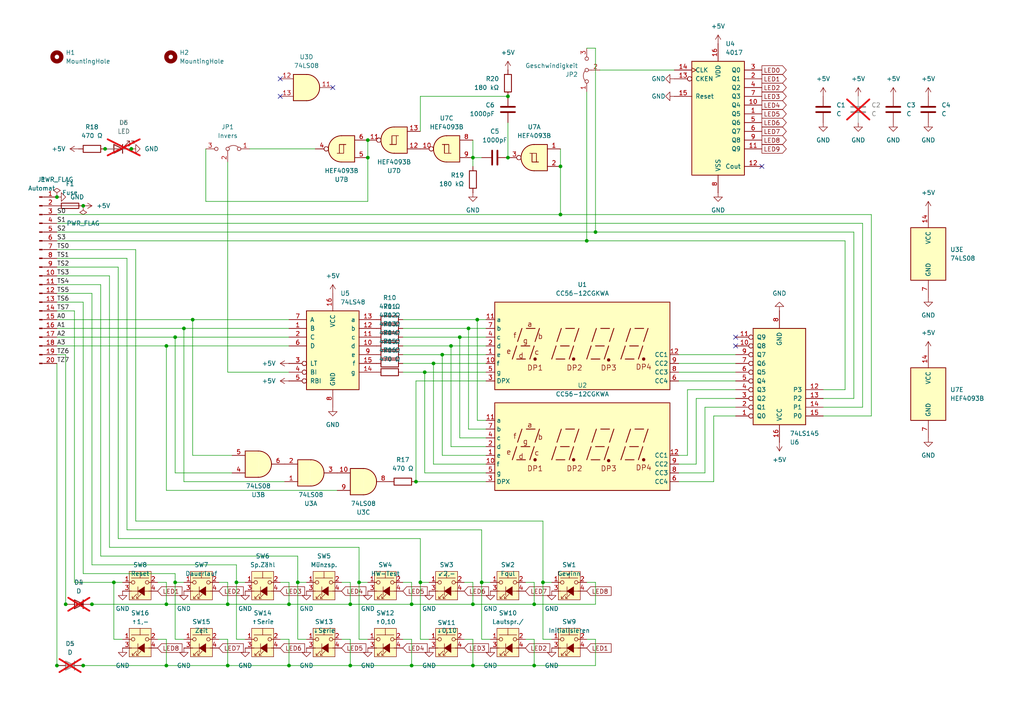
<source format=kicad_sch>
(kicad_sch (version 20250114) (generator "eeschema") (generator_version "9.0")
  (paper "A4")
  (junction (at 104.14 168.91))
  (junction (at 68.58 168.91))
  (junction (at 30.48 43.18))
  (junction (at 139.7 168.91))
  (junction (at 38.1 43.18))
  (junction (at 24.13 193.04))
  (junction (at 125.73 105.41))
  (junction (at 66.04 175.26))
  (junction (at 19.05 175.26))
  (junction (at 48.26 193.04))
  (junction (at 154.94 193.04))
  (junction (at 121.92 168.91))
  (junction (at 120.65 139.7))
  (junction (at 50.8 97.79))
  (junction (at 83.82 175.26))
  (junction (at 33.02 168.91))
  (junction (at 66.04 193.04))
  (junction (at 147.32 27.94))
  (junction (at 154.94 175.26))
  (junction (at 172.72 67.31))
  (junction (at 55.88 92.71))
  (junction (at 53.34 95.25))
  (junction (at 106.68 45.72))
  (junction (at 162.56 48.26))
  (junction (at 24.13 59.69))
  (junction (at 119.38 175.26))
  (junction (at 101.6 175.26))
  (junction (at 137.16 193.04))
  (junction (at 50.8 168.91))
  (junction (at 157.48 168.91))
  (junction (at 48.26 175.26))
  (junction (at 119.38 193.04))
  (junction (at 106.68 40.64))
  (junction (at 128.27 102.87))
  (junction (at 86.36 168.91))
  (junction (at 16.51 57.15))
  (junction (at 83.82 193.04))
  (junction (at 147.32 45.72))
  (junction (at 16.51 193.04))
  (junction (at 135.89 95.25))
  (junction (at 101.6 193.04))
  (junction (at 26.67 175.26))
  (junction (at 137.16 175.26))
  (junction (at 162.56 62.23))
  (junction (at 138.43 92.71))
  (junction (at 48.26 100.33))
  (junction (at 123.19 107.95))
  (junction (at 133.35 97.79))
  (junction (at 170.18 69.85))
  (junction (at 137.16 45.72))
  (junction (at 130.81 100.33))
  (no_connect (at 213.36 97.79))
  (no_connect (at 96.52 25.4))
  (no_connect (at 81.28 22.86))
  (no_connect (at 213.36 100.33))
  (no_connect (at 81.28 27.94))
  (no_connect (at 220.98 48.26))
  (wire (pts (xy 59.69 43.18) (xy 59.69 58.42)))
  (wire (pts (xy 116.84 105.41) (xy 125.73 105.41)))
  (wire (pts (xy 207.01 139.7) (xy 207.01 120.65)))
  (wire (pts (xy 50.8 137.16) (xy 50.8 97.79)))
  (wire (pts (xy 86.36 185.42) (xy 88.9 185.42)))
  (wire (pts (xy 82.55 139.7) (xy 53.34 139.7)))
  (wire (pts (xy 86.36 168.91) (xy 86.36 161.29)))
  (wire (pts (xy 68.58 168.91) (xy 68.58 163.83)))
  (wire (pts (xy 238.76 120.65) (xy 252.73 120.65)))
  (wire (pts (xy 137.16 48.26) (xy 137.16 45.72)))
  (wire (pts (xy 139.7 168.91) (xy 142.24 168.91)))
  (wire (pts (xy 121.92 27.94) (xy 147.32 27.94)))
  (wire (pts (xy 121.92 168.91) (xy 124.46 168.91)))
  (wire (pts (xy 24.13 166.37) (xy 24.13 87.63)))
  (wire (pts (xy 34.29 156.21) (xy 34.29 77.47)))
  (wire (pts (xy 134.62 168.91) (xy 137.16 168.91)))
  (wire (pts (xy 128.27 102.87) (xy 128.27 132.08)))
  (wire (pts (xy 128.27 132.08) (xy 140.97 132.08)))
  (wire (pts (xy 125.73 134.62) (xy 140.97 134.62)))
  (wire (pts (xy 66.04 46.99) (xy 66.04 107.95)))
  (wire (pts (xy 170.18 13.97) (xy 172.72 13.97)))
  (wire (pts (xy 154.94 168.91) (xy 154.94 175.26)))
  (wire (pts (xy 104.14 158.75) (xy 31.75 158.75)))
  (wire (pts (xy 33.02 185.42) (xy 35.56 185.42)))
  (wire (pts (xy 172.72 175.26) (xy 154.94 175.26)))
  (wire (pts (xy 48.26 168.91) (xy 45.72 168.91)))
  (wire (pts (xy 16.51 95.25) (xy 53.34 95.25)))
  (wire (pts (xy 16.51 64.77) (xy 250.19 64.77)))
  (wire (pts (xy 138.43 121.92) (xy 138.43 92.71)))
  (wire (pts (xy 50.8 166.37) (xy 24.13 166.37)))
  (wire (pts (xy 170.18 26.67) (xy 170.18 69.85)))
  (wire (pts (xy 147.32 35.56) (xy 147.32 45.72)))
  (wire (pts (xy 86.36 185.42) (xy 86.36 168.91)))
  (wire (pts (xy 157.48 168.91) (xy 157.48 151.13)))
  (wire (pts (xy 24.13 87.63) (xy 16.51 87.63)))
  (wire (pts (xy 48.26 193.04) (xy 66.04 193.04)))
  (wire (pts (xy 162.56 48.26) (xy 162.56 62.23)))
  (wire (pts (xy 154.94 168.91) (xy 152.4 168.91)))
  (wire (pts (xy 133.35 97.79) (xy 133.35 127)))
  (wire (pts (xy 121.92 168.91) (xy 121.92 156.21)))
  (wire (pts (xy 119.38 168.91) (xy 116.84 168.91)))
  (wire (pts (xy 55.88 132.08) (xy 55.88 92.71)))
  (wire (pts (xy 68.58 168.91) (xy 71.12 168.91)))
  (wire (pts (xy 154.94 193.04) (xy 172.72 193.04)))
  (wire (pts (xy 16.51 100.33) (xy 48.26 100.33)))
  (wire (pts (xy 137.16 40.64) (xy 137.16 45.72)))
  (wire (pts (xy 66.04 185.42) (xy 66.04 193.04)))
  (wire (pts (xy 121.92 156.21) (xy 34.29 156.21)))
  (wire (pts (xy 140.97 121.92) (xy 138.43 121.92)))
  (wire (pts (xy 36.83 153.67) (xy 36.83 74.93)))
  (wire (pts (xy 213.36 118.11) (xy 204.47 118.11)))
  (wire (pts (xy 50.8 168.91) (xy 50.8 166.37)))
  (wire (pts (xy 116.84 97.79) (xy 133.35 97.79)))
  (wire (pts (xy 66.04 175.26) (xy 83.82 175.26)))
  (wire (pts (xy 104.14 168.91) (xy 104.14 158.75)))
  (wire (pts (xy 140.97 102.87) (xy 128.27 102.87)))
  (wire (pts (xy 196.85 139.7) (xy 207.01 139.7)))
  (wire (pts (xy 48.26 100.33) (xy 83.82 100.33)))
  (wire (pts (xy 31.75 80.01) (xy 16.51 80.01)))
  (wire (pts (xy 119.38 193.04) (xy 137.16 193.04)))
  (wire (pts (xy 29.21 161.29) (xy 29.21 82.55)))
  (wire (pts (xy 19.05 102.87) (xy 19.05 175.26)))
  (wire (pts (xy 66.04 107.95) (xy 83.82 107.95)))
  (wire (pts (xy 83.82 168.91) (xy 81.28 168.91)))
  (wire (pts (xy 140.97 95.25) (xy 135.89 95.25)))
  (wire (pts (xy 160.02 168.91) (xy 157.48 168.91)))
  (wire (pts (xy 199.39 132.08) (xy 199.39 113.03)))
  (wire (pts (xy 250.19 64.77) (xy 250.19 118.11)))
  (wire (pts (xy 16.51 97.79) (xy 50.8 97.79)))
  (wire (pts (xy 106.68 45.72) (xy 106.68 40.64)))
  (wire (pts (xy 196.85 132.08) (xy 199.39 132.08)))
  (wire (pts (xy 172.72 13.97) (xy 172.72 67.31)))
  (wire (pts (xy 119.38 185.42) (xy 119.38 193.04)))
  (wire (pts (xy 120.65 139.7) (xy 120.65 110.49)))
  (wire (pts (xy 196.85 102.87) (xy 213.36 102.87)))
  (wire (pts (xy 204.47 118.11) (xy 204.47 137.16)))
  (wire (pts (xy 48.26 185.42) (xy 45.72 185.42)))
  (wire (pts (xy 33.02 168.91) (xy 21.59 168.91)))
  (wire (pts (xy 172.72 168.91) (xy 172.72 175.26)))
  (wire (pts (xy 48.26 142.24) (xy 48.26 100.33)))
  (wire (pts (xy 196.85 105.41) (xy 213.36 105.41)))
  (wire (pts (xy 83.82 175.26) (xy 101.6 175.26)))
  (wire (pts (xy 48.26 185.42) (xy 48.26 193.04)))
  (wire (pts (xy 121.92 185.42) (xy 121.92 168.91)))
  (wire (pts (xy 213.36 115.57) (xy 201.93 115.57)))
  (wire (pts (xy 50.8 168.91) (xy 53.34 168.91)))
  (wire (pts (xy 201.93 115.57) (xy 201.93 134.62)))
  (wire (pts (xy 137.16 193.04) (xy 154.94 193.04)))
  (wire (pts (xy 116.84 100.33) (xy 130.81 100.33)))
  (wire (pts (xy 162.56 43.18) (xy 162.56 48.26)))
  (wire (pts (xy 33.02 168.91) (xy 35.56 168.91)))
  (wire (pts (xy 201.93 134.62) (xy 196.85 134.62)))
  (wire (pts (xy 119.38 185.42) (xy 116.84 185.42)))
  (wire (pts (xy 139.7 185.42) (xy 139.7 168.91)))
  (wire (pts (xy 16.51 102.87) (xy 19.05 102.87)))
  (wire (pts (xy 137.16 168.91) (xy 137.16 175.26)))
  (wire (pts (xy 140.97 139.7) (xy 120.65 139.7)))
  (wire (pts (xy 33.02 185.42) (xy 33.02 168.91)))
  (wire (pts (xy 247.65 115.57) (xy 247.65 67.31)))
  (wire (pts (xy 137.16 175.26) (xy 154.94 175.26)))
  (wire (pts (xy 157.48 151.13) (xy 39.37 151.13)))
  (wire (pts (xy 130.81 100.33) (xy 130.81 129.54)))
  (wire (pts (xy 101.6 193.04) (xy 119.38 193.04)))
  (wire (pts (xy 173.99 20.32) (xy 195.58 20.32)))
  (wire (pts (xy 50.8 97.79) (xy 83.82 97.79)))
  (wire (pts (xy 154.94 185.42) (xy 152.4 185.42)))
  (wire (pts (xy 16.51 62.23) (xy 162.56 62.23)))
  (wire (pts (xy 59.69 58.42) (xy 106.68 58.42)))
  (wire (pts (xy 48.26 175.26) (xy 66.04 175.26)))
  (wire (pts (xy 172.72 67.31) (xy 247.65 67.31)))
  (wire (pts (xy 24.13 193.04) (xy 48.26 193.04)))
  (wire (pts (xy 36.83 74.93) (xy 16.51 74.93)))
  (wire (pts (xy 83.82 168.91) (xy 83.82 175.26)))
  (wire (pts (xy 196.85 107.95) (xy 213.36 107.95)))
  (wire (pts (xy 137.16 175.26) (xy 119.38 175.26)))
  (wire (pts (xy 238.76 115.57) (xy 247.65 115.57)))
  (wire (pts (xy 104.14 185.42) (xy 104.14 168.91)))
  (wire (pts (xy 83.82 185.42) (xy 83.82 193.04)))
  (wire (pts (xy 238.76 113.03) (xy 245.11 113.03)))
  (wire (pts (xy 121.92 38.1) (xy 121.92 27.94)))
  (wire (pts (xy 55.88 92.71) (xy 83.82 92.71)))
  (wire (pts (xy 39.37 72.39) (xy 16.51 72.39)))
  (wire (pts (xy 34.29 77.47) (xy 16.51 77.47)))
  (wire (pts (xy 104.14 185.42) (xy 106.68 185.42)))
  (wire (pts (xy 250.19 118.11) (xy 238.76 118.11)))
  (wire (pts (xy 135.89 124.46) (xy 140.97 124.46)))
  (wire (pts (xy 66.04 185.42) (xy 63.5 185.42)))
  (wire (pts (xy 121.92 185.42) (xy 124.46 185.42)))
  (wire (pts (xy 142.24 185.42) (xy 139.7 185.42)))
  (wire (pts (xy 101.6 168.91) (xy 99.06 168.91)))
  (wire (pts (xy 50.8 185.42) (xy 53.34 185.42)))
  (wire (pts (xy 67.31 137.16) (xy 50.8 137.16)))
  (wire (pts (xy 135.89 95.25) (xy 135.89 124.46)))
  (wire (pts (xy 16.51 67.31) (xy 172.72 67.31)))
  (wire (pts (xy 140.97 97.79) (xy 133.35 97.79)))
  (wire (pts (xy 67.31 132.08) (xy 55.88 132.08)))
  (wire (pts (xy 172.72 185.42) (xy 172.72 193.04)))
  (wire (pts (xy 68.58 185.42) (xy 71.12 185.42)))
  (wire (pts (xy 204.47 137.16) (xy 196.85 137.16)))
  (wire (pts (xy 137.16 45.72) (xy 139.7 45.72)))
  (wire (pts (xy 116.84 92.71) (xy 138.43 92.71)))
  (wire (pts (xy 252.73 120.65) (xy 252.73 62.23)))
  (wire (pts (xy 170.18 69.85) (xy 245.11 69.85)))
  (wire (pts (xy 48.26 168.91) (xy 48.26 175.26)))
  (wire (pts (xy 101.6 175.26) (xy 119.38 175.26)))
  (wire (pts (xy 123.19 137.16) (xy 140.97 137.16)))
  (wire (pts (xy 21.59 90.17) (xy 16.51 90.17)))
  (wire (pts (xy 26.67 163.83) (xy 26.67 85.09)))
  (wire (pts (xy 72.39 43.18) (xy 91.44 43.18)))
  (wire (pts (xy 172.72 168.91) (xy 170.18 168.91)))
  (wire (pts (xy 83.82 185.42) (xy 81.28 185.42)))
  (wire (pts (xy 104.14 168.91) (xy 106.68 168.91)))
  (wire (pts (xy 86.36 168.91) (xy 88.9 168.91)))
  (wire (pts (xy 134.62 185.42) (xy 137.16 185.42)))
  (wire (pts (xy 245.11 113.03) (xy 245.11 69.85)))
  (wire (pts (xy 66.04 168.91) (xy 63.5 168.91)))
  (wire (pts (xy 116.84 107.95) (xy 123.19 107.95)))
  (wire (pts (xy 16.51 92.71) (xy 55.88 92.71)))
  (wire (pts (xy 116.84 95.25) (xy 135.89 95.25)))
  (wire (pts (xy 53.34 95.25) (xy 83.82 95.25)))
  (wire (pts (xy 140.97 107.95) (xy 123.19 107.95)))
  (wire (pts (xy 50.8 168.91) (xy 50.8 185.42)))
  (wire (pts (xy 29.21 82.55) (xy 16.51 82.55)))
  (wire (pts (xy 137.16 185.42) (xy 137.16 193.04)))
  (wire (pts (xy 139.7 168.91) (xy 139.7 153.67)))
  (wire (pts (xy 66.04 193.04) (xy 83.82 193.04)))
  (wire (pts (xy 16.51 69.85) (xy 170.18 69.85)))
  (wire (pts (xy 130.81 129.54) (xy 140.97 129.54)))
  (wire (pts (xy 53.34 139.7) (xy 53.34 95.25)))
  (wire (pts (xy 31.75 158.75) (xy 31.75 80.01)))
  (wire (pts (xy 207.01 120.65) (xy 213.36 120.65)))
  (wire (pts (xy 101.6 185.42) (xy 101.6 193.04)))
  (wire (pts (xy 123.19 107.95) (xy 123.19 137.16)))
  (wire (pts (xy 68.58 163.83) (xy 26.67 163.83)))
  (wire (pts (xy 83.82 193.04) (xy 101.6 193.04)))
  (wire (pts (xy 119.38 168.91) (xy 119.38 175.26)))
  (wire (pts (xy 125.73 105.41) (xy 125.73 134.62)))
  (wire (pts (xy 68.58 185.42) (xy 68.58 168.91)))
  (wire (pts (xy 101.6 168.91) (xy 101.6 175.26)))
  (wire (pts (xy 116.84 102.87) (xy 128.27 102.87)))
  (wire (pts (xy 120.65 110.49) (xy 140.97 110.49)))
  (wire (pts (xy 139.7 153.67) (xy 36.83 153.67)))
  (wire (pts (xy 39.37 151.13) (xy 39.37 72.39)))
  (wire (pts (xy 106.68 58.42) (xy 106.68 45.72)))
  (wire (pts (xy 154.94 185.42) (xy 154.94 193.04)))
  (wire (pts (xy 140.97 100.33) (xy 130.81 100.33)))
  (wire (pts (xy 86.36 161.29) (xy 29.21 161.29)))
  (wire (pts (xy 138.43 92.71) (xy 140.97 92.71)))
  (wire (pts (xy 162.56 62.23) (xy 252.73 62.23)))
  (wire (pts (xy 66.04 168.91) (xy 66.04 175.26)))
  (wire (pts (xy 26.67 85.09) (xy 16.51 85.09)))
  (wire (pts (xy 21.59 168.91) (xy 21.59 90.17)))
  (wire (pts (xy 26.67 175.26) (xy 48.26 175.26)))
  (wire (pts (xy 157.48 185.42) (xy 157.48 168.91)))
  (wire (pts (xy 140.97 105.41) (xy 125.73 105.41)))
  (wire (pts (xy 101.6 185.42) (xy 99.06 185.42)))
  (wire (pts (xy 16.51 105.41) (xy 16.51 193.04)))
  (wire (pts (xy 199.39 113.03) (xy 213.36 113.03)))
  (wire (pts (xy 133.35 127) (xy 140.97 127)))
  (wire (pts (xy 196.85 110.49) (xy 213.36 110.49)))
  (wire (pts (xy 97.79 142.24) (xy 48.26 142.24)))
  (wire (pts (xy 172.72 185.42) (xy 170.18 185.42)))
  (wire (pts (xy 160.02 185.42) (xy 157.48 185.42)))
  (label "A2" (at 16.51 97.79 0))
  (label "TZ7" (at 16.51 105.41 0))
  (label "TS0" (at 16.51 72.39 0))
  (label "TS6" (at 16.51 87.63 0))
  (label "TS4" (at 16.51 82.55 0))
  (label "A3" (at 16.51 100.33 0))
  (label "A1" (at 16.51 95.25 0))
  (label "S0" (at 16.51 62.23 0))
  (label "TS2" (at 16.51 77.47 0))
  (label "A0" (at 16.51 92.71 0))
  (label "TS7" (at 16.51 90.17 0))
  (label "TZ6" (at 16.51 102.87 0))
  (label "S1" (at 16.51 64.77 0))
  (label "S2" (at 16.51 67.31 0))
  (label "TS3" (at 16.51 80.01 0))
  (label "TS5" (at 16.51 85.09 0))
  (label "TS1" (at 16.51 74.93 0))
  (label "S3" (at 16.51 69.85 0))
  (global_label "LED2" (shape input) (at 63.5 171.45 0) (property "Intersheetrefs" "${INTERSHEET_REFS}" (effects (hide yes))))
  (global_label "LED1" (shape input) (at 170.18 187.96 0) (property "Intersheetrefs" "${INTERSHEET_REFS}" (effects (hide yes))))
  (global_label "LED5" (shape input) (at 116.84 171.45 0) (property "Intersheetrefs" "${INTERSHEET_REFS}" (effects (hide yes))))
  (global_label "LED8" (shape input) (at 45.72 187.96 0) (property "Intersheetrefs" "${INTERSHEET_REFS}" (effects (hide yes))))
  (global_label "LED6" (shape input) (at 81.28 187.96 0) (property "Intersheetrefs" "${INTERSHEET_REFS}" (effects (hide yes))))
  (global_label "LED7" (shape input) (at 152.4 171.45 0) (property "Intersheetrefs" "${INTERSHEET_REFS}" (effects (hide yes))))
  (global_label "LED4" (shape output) (at 220.98 30.48 0) (property "Intersheetrefs" "${INTERSHEET_REFS}" (effects (hide yes))))
  (global_label "LED9" (shape output) (at 220.98 43.18 0) (property "Intersheetrefs" "${INTERSHEET_REFS}" (effects (hide yes))))
  (global_label "LED2" (shape output) (at 220.98 25.4 0) (property "Intersheetrefs" "${INTERSHEET_REFS}" (effects (hide yes))))
  (global_label "LED8" (shape input) (at 170.18 171.45 0) (property "Intersheetrefs" "${INTERSHEET_REFS}" (effects (hide yes))))
  (global_label "LED4" (shape input) (at 99.06 171.45 0) (property "Intersheetrefs" "${INTERSHEET_REFS}" (effects (hide yes))))
  (global_label "LED5" (shape input) (at 99.06 187.96 0) (property "Intersheetrefs" "${INTERSHEET_REFS}" (effects (hide yes))))
  (global_label "LED8" (shape output) (at 220.98 40.64 0) (property "Intersheetrefs" "${INTERSHEET_REFS}" (effects (hide yes))))
  (global_label "LED6" (shape input) (at 134.62 171.45 0) (property "Intersheetrefs" "${INTERSHEET_REFS}" (effects (hide yes))))
  (global_label "LED5" (shape output) (at 220.98 33.02 0) (property "Intersheetrefs" "${INTERSHEET_REFS}" (effects (hide yes))))
  (global_label "LED6" (shape output) (at 220.98 35.56 0) (property "Intersheetrefs" "${INTERSHEET_REFS}" (effects (hide yes))))
  (global_label "LED2" (shape input) (at 152.4 187.96 0) (property "Intersheetrefs" "${INTERSHEET_REFS}" (effects (hide yes))))
  (global_label "LED3" (shape output) (at 220.98 27.94 0) (property "Intersheetrefs" "${INTERSHEET_REFS}" (effects (hide yes))))
  (global_label "LED1" (shape input) (at 45.72 171.45 0) (property "Intersheetrefs" "${INTERSHEET_REFS}" (effects (hide yes))))
  (global_label "LED1" (shape output) (at 220.98 22.86 0) (property "Intersheetrefs" "${INTERSHEET_REFS}" (effects (hide yes))))
  (global_label "LED3" (shape input) (at 134.62 187.96 0) (property "Intersheetrefs" "${INTERSHEET_REFS}" (effects (hide yes))))
  (global_label "LED0" (shape output) (at 220.98 20.32 0) (property "Intersheetrefs" "${INTERSHEET_REFS}" (effects (hide yes))))
  (global_label "LED4" (shape input) (at 116.84 187.96 0) (property "Intersheetrefs" "${INTERSHEET_REFS}" (effects (hide yes))))
  (global_label "LED3" (shape input) (at 81.28 171.45 0) (property "Intersheetrefs" "${INTERSHEET_REFS}" (effects (hide yes))))
  (global_label "LED7" (shape output) (at 220.98 38.1 0) (property "Intersheetrefs" "${INTERSHEET_REFS}" (effects (hide yes))))
  (global_label "LED7" (shape input) (at 63.5 187.96 0) (property "Intersheetrefs" "${INTERSHEET_REFS}" (effects (hide yes))))
  (symbol (lib_id "power:GND") (at 142.24 187.96 0) (unit 1)
    (property "Reference" "#PWR039" (effects (hide yes)))
    (property "Value" "GND" (at 142.24 193.04 0))
    (property "Description" "Power symbol creates a global label with name \"GND\" , ground" (effects (hide yes)))
  )
  (symbol (lib_id "4xxx:HEF4093B") (at 129.54 43.18 0) (mirror y) (unit 3)
    (property "Reference" "U7" (at 129.5483 34.29 0))
    (property "Value" "HEF4093B" (at 129.5483 36.83 0))
    (property "Footprint" "Package_SO:SOIC-14_3.9x8.7mm_P1.27mm" (effects (hide yes)))
    (property "Datasheet" "https://assets.nexperia.com/documents/data-sheet/HEF4093B.pdf" (effects (hide yes)))
    (property "Description" "Quad 2-Input NAND Schmitt Trigger, SOIC-14" (effects (hide yes)))
  )
  (symbol (lib_id "power:GND") (at 96.52 118.11 0) (unit 1)
    (property "Reference" "#PWR02" (effects (hide yes)))
    (property "Value" "GND" (at 96.52 123.19 0))
    (property "Description" "Power symbol creates a global label with name \"GND\" , ground" (effects (hide yes)))
  )
  (symbol (lib_id "Device:D") (at 20.32 193.04 180) (unit 1) (dnp yes)
    (property "Reference" "D1" (at 20.32 186.69 0))
    (property "Value" "D" (at 20.32 189.23 0))
    (property "Footprint" "Diode_THT:D_A-405_P10.16mm_Horizontal" (effects (hide yes)))
    (property "Description" "Diode" (effects (hide yes)))
    (property "Sim.Device" "D" (effects (hide yes)))
    (property "Sim.Pins" "1=K 2=A" (effects (hide yes)))
  )
  (symbol (lib_id "74xx:74LS145") (at 226.06 110.49 180) (unit 1)
    (property "Reference" "U6" (at 229.0765 128.27 0) (effects (justify right)))
    (property "Value" "74LS145" (at 229.0765 125.73 0) (effects (justify right)))
    (property "Footprint" "Package_SO:SOIC-16_4.55x10.3mm_P1.27mm" (effects (hide yes)))
    (property "Datasheet" "http://www.ti.com/lit/gpn/sn74LS145" (effects (hide yes)))
    (property "Description" "Decoder 1 to 10, Open Collector" (effects (hide yes)))
  )
  (symbol (lib_id "Switch:SW_Push_LED") (at 93.98 187.96 0) (unit 1)
    (property "Reference" "SW13" (at 93.98 180.34 0))
    (property "Value" "↓Serie" (at 93.98 182.88 0))
    (property "Footprint" "ChinaButton:SW_SPST_Combination_12mm" (effects (hide yes)))
    (property "Description" "Push button switch with LED, generic" (effects (hide yes)))
  )
  (symbol (lib_id "power:+5V") (at 24.13 59.69 270) (unit 1)
    (property "Reference" "#PWR04" (effects (hide yes)))
    (property "Value" "+5V" (at 27.94 59.6899 90) (effects (justify left)))
    (property "Description" "Power symbol creates a global label with name \"+5V\"" (effects (hide yes)))
  )
  (symbol (lib_id "Display_Character:CC56-12CGKWA") (at 168.91 100.33 0) (unit 1)
    (property "Reference" "U1" (at 168.91 82.55 0))
    (property "Value" "CC56-12CGKWA" (at 168.91 85.09 0))
    (property "Footprint" "Display_7Segment:CA56-12CGKWA" (effects (hide yes)))
    (property "Datasheet" "http://www.kingbright.com/attachments/file/psearch/000/00/00/CC56-12CGKWA(Ver.8A).pdf" (effects (hide yes)))
    (property "Description" "4 digit 7 segment green LED, common cathode" (effects (hide yes)))
  )
  (symbol (lib_id "Device:R") (at 116.84 139.7 90) (unit 1)
    (property "Reference" "R17" (at 116.84 133.35 90))
    (property "Value" "470 Ω" (at 116.84 135.89 90))
    (property "Footprint" "Resistor_SMD:R_0603_1608Metric" (effects (hide yes)))
    (property "Description" "Resistor" (effects (hide yes)))
  )
  (symbol (lib_id "Device:R") (at 113.03 105.41 90) (unit 1)
    (property "Reference" "R15" (at 113.03 99.06 90))
    (property "Value" "470 Ω" (at 113.03 101.6 90))
    (property "Footprint" "Resistor_SMD:R_0603_1608Metric" (effects (hide yes)))
    (property "Description" "Resistor" (effects (hide yes)))
  )
  (symbol (lib_id "power:+5V") (at 22.86 43.18 90) (unit 1)
    (property "Reference" "#PWR09" (effects (hide yes)))
    (property "Value" "+5V" (at 19.05 43.1799 90) (effects (justify left)))
    (property "Description" "Power symbol creates a global label with name \"+5V\"" (effects (hide yes)))
  )
  (symbol (lib_id "74xx:74LS08") (at 90.17 137.16 0) (mirror x) (unit 1)
    (property "Reference" "U3" (at 90.1617 146.05 0))
    (property "Value" "74LS08" (at 90.1617 143.51 0))
    (property "Footprint" "Package_SO:SOIC-14_3.9x8.7mm_P1.27mm" (effects (hide yes)))
    (property "Datasheet" "http://www.ti.com/lit/gpn/sn74LS08" (effects (hide yes)))
    (property "Description" "Quad And2" (effects (hide yes)))
  )
  (symbol (lib_id "power:GND") (at 16.51 57.15 90) (unit 1)
    (property "Reference" "#PWR03" (effects (hide yes)))
    (property "Value" "GND" (at 20.32 57.1499 90) (effects (justify right)))
    (property "Description" "Power symbol creates a global label with name \"GND\" , ground" (effects (hide yes)))
  )
  (symbol (lib_id "Device:R") (at 113.03 100.33 90) (unit 1)
    (property "Reference" "R13" (at 113.03 93.98 90))
    (property "Value" "470 Ω" (at 113.03 96.52 90))
    (property "Footprint" "Resistor_SMD:R_0603_1608Metric" (effects (hide yes)))
    (property "Description" "Resistor" (effects (hide yes)))
  )
  (symbol (lib_id "Switch:SW_Push_LED") (at 129.54 187.96 0) (unit 1)
    (property "Reference" "SW11" (at 129.54 180.594 0))
    (property "Value" "↓0,10" (at 129.54 182.88 0))
    (property "Footprint" "ChinaButton:SW_SPST_Combination_12mm" (effects (hide yes)))
    (property "Description" "Push button switch with LED, generic" (effects (hide yes)))
  )
  (symbol (lib_id "Device:R") (at 26.67 43.18 90) (unit 1)
    (property "Reference" "R18" (at 26.67 36.83 90))
    (property "Value" "470 Ω" (at 26.67 39.37 90))
    (property "Footprint" "Resistor_SMD:R_0603_1608Metric" (effects (hide yes)))
    (property "Description" "Resistor" (effects (hide yes)))
  )
  (symbol (lib_id "Device:D") (at 20.32 193.04 180) (unit 1)
    (property "Reference" "D5" (at 20.32 186.69 0))
    (property "Value" "D" (at 20.32 189.23 0))
    (property "Footprint" "Diode_SMD:D_SOD-128" (effects (hide yes)))
    (property "Description" "Diode" (effects (hide yes)))
    (property "Sim.Device" "D" (effects (hide yes)))
    (property "Sim.Pins" "1=K 2=A" (effects (hide yes)))
  )
  (symbol (lib_id "power:+5V") (at 248.92 27.94 0) (unit 1)
    (property "Reference" "#PWR013" (effects (hide yes)))
    (property "Value" "+5V" (at 248.92 22.86 0))
    (property "Description" "Power symbol creates a global label with name \"+5V\"" (effects (hide yes)))
  )
  (symbol (lib_id "4xxx:HEF4093B") (at 99.06 43.18 180) (unit 2)
    (property "Reference" "U7" (at 99.0683 52.07 0))
    (property "Value" "HEF4093B" (at 99.0683 49.53 0))
    (property "Footprint" "Package_SO:SOIC-14_3.9x8.7mm_P1.27mm" (effects (hide yes)))
    (property "Datasheet" "https://assets.nexperia.com/documents/data-sheet/HEF4093B.pdf" (effects (hide yes)))
    (property "Description" "Quad 2-Input NAND Schmitt Trigger, SOIC-14" (effects (hide yes)))
  )
  (symbol (lib_id "power:GND") (at 226.06 90.17 0) (mirror x) (unit 1)
    (property "Reference" "#PWR05" (effects (hide yes)))
    (property "Value" "GND" (at 226.06 85.09 0))
    (property "Description" "Power symbol creates a global label with name \"GND\" , ground" (effects (hide yes)))
  )
  (symbol (lib_id "Switch:SW_Push_LED") (at 111.76 171.45 0) (unit 1)
    (property "Reference" "SW4" (at 111.76 163.83 0))
    (property "Value" "HW-Test" (at 111.76 166.37 0))
    (property "Footprint" "ChinaButton:SW_SPST_Combination_12mm" (effects (hide yes)))
    (property "Description" "Push button switch with LED, generic" (effects (hide yes)))
  )
  (symbol (lib_id "Mechanical:MountingHole") (at 16.51 16.51 0) (unit 1) (exclude_from_sim yes) (in_bom no)
    (property "Reference" "H1" (at 19.05 15.2399 0) (effects (justify left)))
    (property "Value" "MountingHole" (at 19.05 17.7799 0) (effects (justify left)))
    (property "Footprint" "MountingHole:MountingHole_3.2mm_M3" (effects (hide yes)))
    (property "Description" "Mounting Hole without connection" (effects (hide yes)))
  )
  (symbol (lib_id "Device:LED") (at 34.29 43.18 180) (unit 1)
    (property "Reference" "D6" (at 35.8775 35.56 0))
    (property "Value" "LED" (at 35.8775 38.1 0))
    (property "Footprint" "LED_SMD:LED_0805_2012Metric" (effects (hide yes)))
    (property "Description" "Light emitting diode" (effects (hide yes)))
  )
  (symbol (lib_id "Device:R") (at 147.32 24.13 0) (mirror x) (unit 1)
    (property "Reference" "R20" (at 144.78 22.8599 0) (effects (justify right)))
    (property "Value" "180 kΩ" (at 144.78 25.3999 0) (effects (justify right)))
    (property "Footprint" "Resistor_SMD:R_0603_1608Metric" (effects (hide yes)))
    (property "Description" "Resistor" (effects (hide yes)))
  )
  (symbol (lib_id "power:GND") (at 195.58 27.94 270) (unit 1)
    (property "Reference" "#PWR044" (effects (hide yes)))
    (property "Value" "GND" (at 193.04 27.9399 90) (effects (justify right)))
    (property "Description" "Power symbol creates a global label with name \"GND\" , ground" (effects (hide yes)))
  )
  (symbol (lib_id "Device:R") (at 113.03 107.95 90) (unit 1)
    (property "Reference" "R16" (at 113.03 101.6 90))
    (property "Value" "470 Ω" (at 113.03 104.14 90))
    (property "Footprint" "Resistor_SMD:R_0603_1608Metric" (effects (hide yes)))
    (property "Description" "Resistor" (effects (hide yes)))
  )
  (symbol (lib_id "Switch:SW_Push_LED") (at 165.1 187.96 0) (unit 1)
    (property "Reference" "SW9" (at 165.1 180.34 0))
    (property "Value" "Initialisieren" (at 165.1 182.88 0))
    (property "Footprint" "ChinaButton:SW_SPST_Combination_12mm" (effects (hide yes)))
    (property "Description" "Push button switch with LED, generic" (effects (hide yes)))
  )
  (symbol (lib_id "power:+5V") (at 269.24 101.6 0) (mirror y) (unit 1)
    (property "Reference" "#PWR021" (effects (hide yes)))
    (property "Value" "+5V" (at 269.24 96.52 0))
    (property "Description" "Power symbol creates a global label with name \"+5V\"" (effects (hide yes)))
  )
  (symbol (lib_id "power:GND") (at 248.92 35.56 0) (unit 1)
    (property "Reference" "#PWR014" (effects (hide yes)))
    (property "Value" "GND" (at 248.92 40.64 0))
    (property "Description" "Power symbol creates a global label with name \"GND\" , ground" (effects (hide yes)))
  )
  (symbol (lib_id "power:GND") (at 142.24 171.45 0) (unit 1)
    (property "Reference" "#PWR038" (effects (hide yes)))
    (property "Value" "GND" (at 142.24 176.53 0))
    (property "Description" "Power symbol creates a global label with name \"GND\" , ground" (effects (hide yes)))
  )
  (symbol (lib_id "power:GND") (at 124.46 171.45 0) (unit 1)
    (property "Reference" "#PWR036" (effects (hide yes)))
    (property "Value" "GND" (at 124.46 176.53 0))
    (property "Description" "Power symbol creates a global label with name \"GND\" , ground" (effects (hide yes)))
  )
  (symbol (lib_id "4xxx:HEF4093B") (at 269.24 114.3 0) (unit 5)
    (property "Reference" "U7" (at 275.59 113.0299 0) (effects (justify left)))
    (property "Value" "HEF4093B" (at 275.59 115.5699 0) (effects (justify left)))
    (property "Footprint" "Package_SO:SOIC-14_3.9x8.7mm_P1.27mm" (effects (hide yes)))
    (property "Datasheet" "https://assets.nexperia.com/documents/data-sheet/HEF4093B.pdf" (effects (hide yes)))
    (property "Description" "Quad 2-Input NAND Schmitt Trigger, SOIC-14" (effects (hide yes)))
  )
  (symbol (lib_id "power:+5V") (at 238.76 27.94 0) (unit 1)
    (property "Reference" "#PWR011" (effects (hide yes)))
    (property "Value" "+5V" (at 238.76 22.86 0))
    (property "Description" "Power symbol creates a global label with name \"+5V\"" (effects (hide yes)))
  )
  (symbol (lib_id "Switch:SW_Push_LED") (at 147.32 171.45 0) (unit 1)
    (property "Reference" "SW2" (at 147.32 163.83 0))
    (property "Value" "Foul" (at 147.32 166.37 0))
    (property "Footprint" "ChinaButton:SW_SPST_Combination_12mm" (effects (hide yes)))
    (property "Description" "Push button switch with LED, generic" (effects (hide yes)))
  )
  (symbol (lib_id "Device:R") (at 113.03 92.71 90) (unit 1)
    (property "Reference" "R10" (at 113.03 86.36 90))
    (property "Value" "470 Ω" (at 113.03 88.9 90))
    (property "Footprint" "Resistor_SMD:R_0603_1608Metric" (effects (hide yes)))
    (property "Description" "Resistor" (effects (hide yes)))
  )
  (symbol (lib_id "Device:D") (at 22.86 175.26 180) (unit 1) (dnp yes)
    (property "Reference" "D2" (at 22.86 168.91 0))
    (property "Value" "D" (at 22.86 171.45 0))
    (property "Footprint" "Diode_THT:D_A-405_P10.16mm_Horizontal" (effects (hide yes)))
    (property "Description" "Diode" (effects (hide yes)))
    (property "Sim.Device" "D" (effects (hide yes)))
    (property "Sim.Pins" "1=K 2=A" (effects (hide yes)))
  )
  (symbol (lib_id "power:GND") (at 269.24 86.36 0) (mirror y) (unit 1)
    (property "Reference" "#PWR026" (effects (hide yes)))
    (property "Value" "GND" (at 269.24 91.44 0))
    (property "Description" "Power symbol creates a global label with name \"GND\" , ground" (effects (hide yes)))
  )
  (symbol (lib_id "Switch:SW_Push_LED") (at 93.98 171.45 0) (unit 1)
    (property "Reference" "SW5" (at 93.98 161.29 0))
    (property "Value" "Münzsp." (at 93.98 163.83 0))
    (property "Footprint" "ChinaButton:SW_SPST_Combination_12mm" (effects (hide yes)))
    (property "Description" "Push button switch with LED, generic" (effects (hide yes)))
  )
  (symbol (lib_id "Switch:SW_Push_LED") (at 76.2 171.45 0) (unit 1)
    (property "Reference" "SW6" (at 76.2 161.29 0))
    (property "Value" "Sp.Zähl" (at 76.2 163.83 0))
    (property "Footprint" "ChinaButton:SW_SPST_Combination_12mm" (effects (hide yes)))
    (property "Description" "Push button switch with LED, generic" (effects (hide yes)))
  )
  (symbol (lib_id "Device:R") (at 113.03 97.79 90) (unit 1)
    (property "Reference" "R12" (at 113.03 91.44 90))
    (property "Value" "470 Ω" (at 113.03 93.98 90))
    (property "Footprint" "Resistor_SMD:R_0603_1608Metric" (effects (hide yes)))
    (property "Description" "Resistor" (effects (hide yes)))
  )
  (symbol (lib_id "power:GND") (at 38.1 43.18 90) (unit 1)
    (property "Reference" "#PWR010" (effects (hide yes)))
    (property "Value" "GND" (at 41.91 43.1799 90) (effects (justify right)))
    (property "Description" "Power symbol creates a global label with name \"GND\" , ground" (effects (hide yes)))
  )
  (symbol (lib_id "Connector:Conn_01x20_Pin") (at 11.43 80.01 0) (unit 1)
    (property "Reference" "J1" (at 12.065 52.07 0))
    (property "Value" "Automat" (at 12.065 54.61 0))
    (property "Footprint" "Connector_PinHeader_2.54mm:PinHeader_1x20_P2.54mm_Vertical" (effects (hide yes)))
    (property "Description" "Generic connector, single row, 01x20, script generated" (effects (hide yes)))
  )
  (symbol (lib_id "Switch:SW_Push_LED") (at 129.54 171.45 0) (unit 1)
    (property "Reference" "SW3" (at 129.54 163.83 0))
    (property "Value" "↙2,-" (at 129.54 166.37 0))
    (property "Footprint" "ChinaButton:SW_SPST_Combination_12mm" (effects (hide yes)))
    (property "Description" "Push button switch with LED, generic" (effects (hide yes)))
  )
  (symbol (lib_id "power:GND") (at 208.28 55.88 0) (unit 1)
    (property "Reference" "#PWR042" (effects (hide yes)))
    (property "Value" "GND" (at 208.28 60.96 0))
    (property "Description" "Power symbol creates a global label with name \"GND\" , ground" (effects (hide yes)))
  )
  (symbol (lib_id "power:GND") (at 53.34 171.45 0) (unit 1)
    (property "Reference" "#PWR028" (effects (hide yes)))
    (property "Value" "GND" (at 53.34 176.53 0))
    (property "Description" "Power symbol creates a global label with name \"GND\" , ground" (effects (hide yes)))
  )
  (symbol (lib_id "power:GND") (at 106.68 171.45 0) (unit 1)
    (property "Reference" "#PWR034" (effects (hide yes)))
    (property "Value" "GND" (at 106.68 176.53 0))
    (property "Description" "Power symbol creates a global label with name \"GND\" , ground" (effects (hide yes)))
  )
  (symbol (lib_id "Device:C") (at 248.92 31.75 0) (unit 1) (dnp yes)
    (property "Reference" "C2" (at 252.73 30.4799 0) (effects (justify left)))
    (property "Value" "C" (at 252.73 33.0199 0) (effects (justify left)))
    (property "Footprint" "Capacitor_THT:C_Disc_D4.3mm_W1.9mm_P5.00mm" (effects (hide yes)))
    (property "Description" "Unpolarized capacitor" (effects (hide yes)))
  )
  (symbol (lib_id "power:+5V") (at 96.52 85.09 0) (unit 1)
    (property "Reference" "#PWR01" (effects (hide yes)))
    (property "Value" "+5V" (at 96.52 80.01 0))
    (property "Description" "Power symbol creates a global label with name \"+5V\"" (effects (hide yes)))
  )
  (symbol (lib_id "Device:R") (at 137.16 52.07 0) (mirror x) (unit 1)
    (property "Reference" "R19" (at 134.62 50.7999 0) (effects (justify right)))
    (property "Value" "180 kΩ" (at 134.62 53.3399 0) (effects (justify right)))
    (property "Footprint" "Resistor_SMD:R_0603_1608Metric" (effects (hide yes)))
    (property "Description" "Resistor" (effects (hide yes)))
  )
  (symbol (lib_id "Jumper:Jumper_3_Bridged12") (at 170.18 20.32 90) (unit 1) (exclude_from_sim yes) (in_bom no)
    (property "Reference" "JP2" (at 167.64 21.5901 90) (effects (justify left)))
    (property "Value" "Geschwindigkeit" (at 167.64 19.0501 90) (effects (justify left)))
    (property "Footprint" "Jumper:SolderJumper-3_P1.3mm_Bridged12_Pad1.0x1.5mm" (effects (hide yes)))
    (property "Description" "Jumper, 3-pole, pins 1+2 closed/bridged" (effects (hide yes)))
  )
  (symbol (lib_id "Switch:SW_Push_LED") (at 58.42 171.45 0) (unit 1)
    (property "Reference" "SW7" (at 58.42 163.83 0))
    (property "Value" "Dauerlauf" (at 58.42 166.37 0))
    (property "Footprint" "ChinaButton:SW_SPST_Combination_12mm" (effects (hide yes)))
    (property "Description" "Push button switch with LED, generic" (effects (hide yes)))
  )
  (symbol (lib_id "74xx:74LS08") (at 269.24 73.66 0) (unit 5)
    (property "Reference" "U3" (at 275.59 72.3899 0) (effects (justify left)))
    (property "Value" "74LS08" (at 275.59 74.9299 0) (effects (justify left)))
    (property "Footprint" "Package_SO:SOIC-14_3.9x8.7mm_P1.27mm" (effects (hide yes)))
    (property "Datasheet" "http://www.ti.com/lit/gpn/sn74LS08" (effects (hide yes)))
    (property "Description" "Quad And2" (effects (hide yes)))
  )
  (symbol (lib_id "Mechanical:MountingHole") (at 49.53 16.51 0) (unit 1) (exclude_from_sim yes) (in_bom no)
    (property "Reference" "H2" (at 52.07 15.2399 0) (effects (justify left)))
    (property "Value" "MountingHole" (at 52.07 17.7799 0) (effects (justify left)))
    (property "Footprint" "MountingHole:MountingHole_3.2mm_M3" (effects (hide yes)))
    (property "Description" "Mounting Hole without connection" (effects (hide yes)))
  )
  (symbol (lib_id "power:GND") (at 137.16 55.88 0) (unit 1)
    (property "Reference" "#PWR023" (effects (hide yes)))
    (property "Value" "GND" (at 137.16 60.96 0))
    (property "Description" "Power symbol creates a global label with name \"GND\" , ground" (effects (hide yes)))
  )
  (symbol (lib_id "power:GND") (at 71.12 187.96 0) (unit 1)
    (property "Reference" "#PWR031" (effects (hide yes)))
    (property "Value" "GND" (at 71.12 193.04 0))
    (property "Description" "Power symbol creates a global label with name \"GND\" , ground" (effects (hide yes)))
  )
  (symbol (lib_id "Device:C") (at 147.32 31.75 0) (mirror x) (unit 1)
    (property "Reference" "C6" (at 143.51 30.4799 0) (effects (justify right)))
    (property "Value" "1000pF" (at 143.51 33.0199 0) (effects (justify right)))
    (property "Footprint" "Capacitor_SMD:C_0603_1608Metric" (effects (hide yes)))
    (property "Description" "Unpolarized capacitor" (effects (hide yes)))
  )
  (symbol (lib_id "power:GND") (at 269.24 127 0) (mirror y) (unit 1)
    (property "Reference" "#PWR022" (effects (hide yes)))
    (property "Value" "GND" (at 269.24 132.08 0))
    (property "Description" "Power symbol creates a global label with name \"GND\" , ground" (effects (hide yes)))
  )
  (symbol (lib_id "Device:C") (at 143.51 45.72 270) (mirror x) (unit 1)
    (property "Reference" "C5" (at 143.51 38.1 90))
    (property "Value" "1000pF" (at 143.51 40.64 90))
    (property "Footprint" "Capacitor_SMD:C_0603_1608Metric" (effects (hide yes)))
    (property "Description" "Unpolarized capacitor" (effects (hide yes)))
  )
  (symbol (lib_id "Switch:SW_Push_LED") (at 111.76 187.96 0) (unit 1)
    (property "Reference" "SW12" (at 111.76 177.8 0))
    (property "Value" "↑0,10" (at 111.76 180.34 0))
    (property "Footprint" "ChinaButton:SW_SPST_Combination_12mm" (effects (hide yes)))
    (property "Description" "Push button switch with LED, generic" (effects (hide yes)))
  )
  (symbol (lib_id "4xxx:HEF4093B") (at 154.94 45.72 0) (mirror y) (unit 1)
    (property "Reference" "U7" (at 154.9483 36.83 0))
    (property "Value" "HEF4093B" (at 154.9483 39.37 0))
    (property "Footprint" "Package_SO:SOIC-14_3.9x8.7mm_P1.27mm" (effects (hide yes)))
    (property "Datasheet" "https://assets.nexperia.com/documents/data-sheet/HEF4093B.pdf" (effects (hide yes)))
    (property "Description" "Quad 2-Input NAND Schmitt Trigger, SOIC-14" (effects (hide yes)))
  )
  (symbol (lib_id "Jumper:Jumper_3_Bridged12") (at 66.04 43.18 0) (mirror y) (unit 1) (exclude_from_sim yes) (in_bom no)
    (property "Reference" "JP1" (at 66.04 36.83 0))
    (property "Value" "Invers" (at 66.04 39.37 0))
    (property "Footprint" "Jumper:SolderJumper-3_P1.3mm_Bridged12_Pad1.0x1.5mm" (effects (hide yes)))
    (property "Description" "Jumper, 3-pole, pins 1+2 closed/bridged" (effects (hide yes)))
  )
  (symbol (lib_id "power:GND") (at 71.12 171.45 0) (unit 1)
    (property "Reference" "#PWR030" (effects (hide yes)))
    (property "Value" "GND" (at 71.12 176.53 0))
    (property "Description" "Power symbol creates a global label with name \"GND\" , ground" (effects (hide yes)))
  )
  (symbol (lib_id "power:+5V") (at 269.24 60.96 0) (mirror y) (unit 1)
    (property "Reference" "#PWR025" (effects (hide yes)))
    (property "Value" "+5V" (at 269.24 55.88 0))
    (property "Description" "Power symbol creates a global label with name \"+5V\"" (effects (hide yes)))
  )
  (symbol (lib_id "power:GND") (at 195.58 22.86 270) (unit 1)
    (property "Reference" "#PWR043" (effects (hide yes)))
    (property "Value" "GND" (at 193.04 22.8599 90) (effects (justify right)))
    (property "Description" "Power symbol creates a global label with name \"GND\" , ground" (effects (hide yes)))
  )
  (symbol (lib_id "power:GND") (at 53.34 187.96 0) (unit 1)
    (property "Reference" "#PWR029" (effects (hide yes)))
    (property "Value" "GND" (at 53.34 193.04 0))
    (property "Description" "Power symbol creates a global label with name \"GND\" , ground" (effects (hide yes)))
  )
  (symbol (lib_id "Device:Fuse") (at 20.32 59.69 90) (unit 1)
    (property "Reference" "F1" (at 20.32 53.34 90))
    (property "Value" "Fuse" (at 20.32 55.88 90))
    (property "Footprint" "Fuse:Fuse_0805_2012Metric" (effects (hide yes)))
    (property "Description" "Fuse" (effects (hide yes)))
  )
  (symbol (lib_id "power:GND") (at 88.9 171.45 0) (unit 1)
    (property "Reference" "#PWR032" (effects (hide yes)))
    (property "Value" "GND" (at 88.9 176.5361 0))
    (property "Description" "Power symbol creates a global label with name \"GND\" , ground" (effects (hide yes)))
  )
  (symbol (lib_id "power:GND") (at 238.76 35.56 0) (unit 1)
    (property "Reference" "#PWR012" (effects (hide yes)))
    (property "Value" "GND" (at 238.76 40.64 0))
    (property "Description" "Power symbol creates a global label with name \"GND\" , ground" (effects (hide yes)))
  )
  (symbol (lib_id "power:+5V") (at 147.32 20.32 0) (unit 1)
    (property "Reference" "#PWR024" (effects (hide yes)))
    (property "Value" "+5V" (at 147.32 15.24 0))
    (property "Description" "Power symbol creates a global label with name \"+5V\"" (effects (hide yes)))
  )
  (symbol (lib_id "power:+5V") (at 269.24 27.94 0) (unit 1)
    (property "Reference" "#PWR017" (effects (hide yes)))
    (property "Value" "+5V" (at 269.24 22.86 0))
    (property "Description" "Power symbol creates a global label with name \"+5V\"" (effects (hide yes)))
  )
  (symbol (lib_id "power:+5V") (at 226.06 128.27 0) (mirror x) (unit 1)
    (property "Reference" "#PWR06" (effects (hide yes)))
    (property "Value" "+5V" (at 226.06 133.35 0))
    (property "Description" "Power symbol creates a global label with name \"+5V\"" (effects (hide yes)))
  )
  (symbol (lib_id "Device:D") (at 22.86 175.26 180) (unit 1)
    (property "Reference" "D4" (at 22.86 168.91 0))
    (property "Value" "D" (at 22.86 171.45 0))
    (property "Footprint" "Diode_SMD:D_SOD-128" (effects (hide yes)))
    (property "Description" "Diode" (effects (hide yes)))
    (property "Sim.Device" "D" (effects (hide yes)))
    (property "Sim.Pins" "1=K 2=A" (effects (hide yes)))
  )
  (symbol (lib_id "74xx:74LS08") (at 74.93 134.62 0) (mirror x) (unit 2)
    (property "Reference" "U3" (at 74.9217 143.51 0))
    (property "Value" "74LS08" (at 74.9217 140.97 0))
    (property "Footprint" "Package_SO:SOIC-14_3.9x8.7mm_P1.27mm" (effects (hide yes)))
    (property "Datasheet" "http://www.ti.com/lit/gpn/sn74LS08" (effects (hide yes)))
    (property "Description" "Quad And2" (effects (hide yes)))
  )
  (symbol (lib_id "power:GND") (at 269.24 35.56 0) (unit 1)
    (property "Reference" "#PWR018" (effects (hide yes)))
    (property "Value" "GND" (at 269.24 40.64 0))
    (property "Description" "Power symbol creates a global label with name \"GND\" , ground" (effects (hide yes)))
  )
  (symbol (lib_id "power:GND") (at 160.02 187.96 0) (unit 1)
    (property "Reference" "#PWR041" (effects (hide yes)))
    (property "Value" "GND" (at 160.02 193.04 0))
    (property "Description" "Power symbol creates a global label with name \"GND\" , ground" (effects (hide yes)))
  )
  (symbol (lib_id "power:+5V") (at 259.08 27.94 0) (unit 1)
    (property "Reference" "#PWR015" (effects (hide yes)))
    (property "Value" "+5V" (at 259.08 22.86 0))
    (property "Description" "Power symbol creates a global label with name \"+5V\"" (effects (hide yes)))
  )
  (symbol (lib_id "74xx:74LS08") (at 88.9 25.4 0) (unit 4)
    (property "Reference" "U3" (at 88.8917 16.51 0))
    (property "Value" "74LS08" (at 88.8917 19.05 0))
    (property "Footprint" "Package_SO:SOIC-14_3.9x8.7mm_P1.27mm" (effects (hide yes)))
    (property "Datasheet" "http://www.ti.com/lit/gpn/sn74LS08" (effects (hide yes)))
    (property "Description" "Quad And2" (effects (hide yes)))
  )
  (symbol (lib_id "power:GND") (at 88.9 187.96 0) (unit 1)
    (property "Reference" "#PWR033" (effects (hide yes)))
    (property "Value" "GND" (at 88.9 193.04 0))
    (property "Description" "Power symbol creates a global label with name \"GND\" , ground" (effects (hide yes)))
  )
  (symbol (lib_id "power:+5V") (at 208.28 12.7 0) (unit 1)
    (property "Reference" "#PWR045" (effects (hide yes)))
    (property "Value" "+5V" (at 208.28 7.62 0))
    (property "Description" "Power symbol creates a global label with name \"+5V\"" (effects (hide yes)))
  )
  (symbol (lib_id "4xxx:HEF4093B") (at 114.3 40.64 180) (unit 4)
    (property "Reference" "U7" (at 114.3083 49.53 0))
    (property "Value" "HEF4093B" (at 114.3083 46.99 0))
    (property "Footprint" "Package_SO:SOIC-14_3.9x8.7mm_P1.27mm" (effects (hide yes)))
    (property "Datasheet" "https://assets.nexperia.com/documents/data-sheet/HEF4093B.pdf" (effects (hide yes)))
    (property "Description" "Quad 2-Input NAND Schmitt Trigger, SOIC-14" (effects (hide yes)))
  )
  (symbol (lib_id "power:PWR_FLAG") (at 16.51 57.15 0) (unit 1)
    (property "Reference" "#FLG01" (effects (hide yes)))
    (property "Value" "PWR_FLAG" (at 16.51 52.07 0))
    (property "Description" "Special symbol for telling ERC where power comes from" (effects (hide yes)))
  )
  (symbol (lib_id "power:+5V") (at 83.82 110.49 90) (unit 1)
    (property "Reference" "#PWR019" (effects (hide yes)))
    (property "Value" "+5V" (at 80.01 110.4899 90) (effects (justify left)))
    (property "Description" "Power symbol creates a global label with name \"+5V\"" (effects (hide yes)))
  )
  (symbol (lib_id "power:GND") (at 160.02 171.45 0) (unit 1)
    (property "Reference" "#PWR040" (effects (hide yes)))
    (property "Value" "GND" (at 160.02 176.53 0))
    (property "Description" "Power symbol creates a global label with name \"GND\" , ground" (effects (hide yes)))
  )
  (symbol (lib_id "power:+5V") (at 83.82 105.41 90) (unit 1)
    (property "Reference" "#PWR07" (effects (hide yes)))
    (property "Value" "+5V" (at 80.01 105.4099 90) (effects (justify left)))
    (property "Description" "Power symbol creates a global label with name \"+5V\"" (effects (hide yes)))
  )
  (symbol (lib_id "Device:C") (at 238.76 31.75 0) (unit 1)
    (property "Reference" "C1" (at 242.57 30.4799 0) (effects (justify left)))
    (property "Value" "C" (at 242.57 33.0199 0) (effects (justify left)))
    (property "Footprint" "Capacitor_THT:C_Disc_D4.3mm_W1.9mm_P5.00mm" (effects (hide yes)))
    (property "Description" "Unpolarized capacitor" (effects (hide yes)))
  )
  (symbol (lib_id "Switch:SW_Push_LED") (at 147.32 187.96 0) (unit 1)
    (property "Reference" "SW10" (at 147.32 177.8 0))
    (property "Value" "Lautspr./" (at 147.32 180.34 0))
    (property "Footprint" "ChinaButton:SW_SPST_Combination_12mm" (effects (hide yes)))
    (property "Description" "Push button switch with LED, generic" (effects (hide yes)))
  )
  (symbol (lib_id "Device:LED") (at 34.29 43.18 180) (unit 1) (dnp yes)
    (property "Reference" "D3" (at 35.8775 35.56 0))
    (property "Value" "LED" (at 35.8775 38.1 0))
    (property "Footprint" "LED_THT:LED_D3.0mm" (effects (hide yes)))
    (property "Description" "Light emitting diode" (effects (hide yes)))
  )
  (symbol (lib_id "Switch:SW_Push_LED") (at 40.64 171.45 0) (unit 1)
    (property "Reference" "SW8" (at 40.64 163.83 0))
    (property "Value" "Reset" (at 40.64 166.37 0))
    (property "Footprint" "ChinaButton:SW_SPST_Combination_12mm" (effects (hide yes)))
    (property "Description" "Push button switch with LED, generic" (effects (hide yes)))
  )
  (symbol (lib_id "Switch:SW_Push_LED") (at 76.2 187.96 0) (unit 1)
    (property "Reference" "SW14" (at 76.2 177.8 0))
    (property "Value" "↑Serie" (at 76.2 180.34 0))
    (property "Footprint" "ChinaButton:SW_SPST_Combination_12mm" (effects (hide yes)))
    (property "Description" "Push button switch with LED, generic" (effects (hide yes)))
  )
  (symbol (lib_id "74xx:74LS48") (at 96.52 100.33 0) (unit 1)
    (property "Reference" "U5" (at 98.7141 85.09 0) (effects (justify left)))
    (property "Value" "74LS48" (at 98.7141 87.63 0) (effects (justify left)))
    (property "Footprint" "Package_SO:SOIC-16_4.55x10.3mm_P1.27mm" (effects (hide yes)))
    (property "Datasheet" "http://www.ti.com/lit/gpn/sn74LS48" (effects (hide yes)))
    (property "Description" "BCD to 7-segment Decoder/driver, Active High outputs" (effects (hide yes)))
  )
  (symbol (lib_id "power:PWR_FLAG") (at 24.13 59.69 180) (unit 1)
    (property "Reference" "#FLG02" (effects (hide yes)))
    (property "Value" "PWR_FLAG" (at 24.13 64.77 0))
    (property "Description" "Special symbol for telling ERC where power comes from" (effects (hide yes)))
  )
  (symbol (lib_id "Device:C") (at 259.08 31.75 0) (unit 1)
    (property "Reference" "C3" (at 262.89 30.4799 0) (effects (justify left)))
    (property "Value" "C" (at 262.89 33.0199 0) (effects (justify left)))
    (property "Footprint" "Capacitor_SMD:C_0603_1608Metric" (effects (hide yes)))
    (property "Description" "Unpolarized capacitor" (effects (hide yes)))
  )
  (symbol (lib_id "Device:R") (at 113.03 102.87 90) (unit 1)
    (property "Reference" "R14" (at 113.03 96.52 90))
    (property "Value" "470 Ω" (at 113.03 99.06 90))
    (property "Footprint" "Resistor_SMD:R_0603_1608Metric" (effects (hide yes)))
    (property "Description" "Resistor" (effects (hide yes)))
  )
  (symbol (lib_id "74xx:74LS08") (at 105.41 139.7 0) (mirror x) (unit 3)
    (property "Reference" "U3" (at 105.4017 148.59 0))
    (property "Value" "74LS08" (at 105.4017 146.05 0))
    (property "Footprint" "Package_SO:SOIC-14_3.9x8.7mm_P1.27mm" (effects (hide yes)))
    (property "Datasheet" "http://www.ti.com/lit/gpn/sn74LS08" (effects (hide yes)))
    (property "Description" "Quad And2" (effects (hide yes)))
  )
  (symbol (lib_id "Switch:SW_Push_LED") (at 58.42 187.96 0) (unit 1)
    (property "Reference" "SW15" (at 58.42 180.34 0))
    (property "Value" "Zeit" (at 58.42 182.88 0))
    (property "Footprint" "ChinaButton:SW_SPST_Combination_12mm" (effects (hide yes)))
    (property "Description" "Push button switch with LED, generic" (effects (hide yes)))
  )
  (symbol (lib_id "4xxx:4017") (at 208.28 33.02 0) (unit 1)
    (property "Reference" "U4" (at 210.4233 12.7 0) (effects (justify left)))
    (property "Value" "4017" (at 210.4233 15.24 0) (effects (justify left)))
    (property "Footprint" "Package_SO:SOIC-16_3.9x9.9mm_P1.27mm" (effects (hide yes)))
    (property "Datasheet" "http://www.intersil.com/content/dam/Intersil/documents/cd40/cd4017bms-22bms.pdf" (effects (hide yes)))
    (property "Description" "Johnson Counter ( 10 outputs )" (effects (hide yes)))
  )
  (symbol (lib_id "Display_Character:CC56-12CGKWA") (at 168.91 129.54 0) (unit 1)
    (property "Reference" "U2" (at 168.91 111.76 0))
    (property "Value" "CC56-12CGKWA" (at 168.91 114.3 0))
    (property "Footprint" "Display_7Segment:CA56-12CGKWA" (effects (hide yes)))
    (property "Datasheet" "http://www.kingbright.com/attachments/file/psearch/000/00/00/CC56-12CGKWA(Ver.8A).pdf" (effects (hide yes)))
    (property "Description" "4 digit 7 segment green LED, common cathode" (effects (hide yes)))
  )
  (symbol (lib_id "power:GND") (at 35.56 187.96 0) (unit 1)
    (property "Reference" "#PWR027" (effects (hide yes)))
    (property "Value" "GND" (at 35.56 193.04 0))
    (property "Description" "Power symbol creates a global label with name \"GND\" , ground" (effects (hide yes)))
  )
  (symbol (lib_id "Switch:SW_Push_LED") (at 40.64 187.96 0) (unit 1)
    (property "Reference" "SW16" (at 40.64 177.8 0))
    (property "Value" "↑1,-" (at 40.64 180.34 0))
    (property "Footprint" "ChinaButton:SW_SPST_Combination_12mm" (effects (hide yes)))
    (property "Description" "Push button switch with LED, generic" (effects (hide yes)))
  )
  (symbol (lib_id "Device:C") (at 269.24 31.75 0) (unit 1)
    (property "Reference" "C4" (at 273.05 30.4799 0) (effects (justify left)))
    (property "Value" "C" (at 273.05 33.0199 0) (effects (justify left)))
    (property "Footprint" "Capacitor_SMD:C_0603_1608Metric" (effects (hide yes)))
    (property "Description" "Unpolarized capacitor" (effects (hide yes)))
  )
  (symbol (lib_id "Switch:SW_Push_LED") (at 165.1 171.45 0) (unit 1)
    (property "Reference" "SW1" (at 165.1 163.83 0))
    (property "Value" "Gewinn" (at 165.1 166.37 0))
    (property "Footprint" "ChinaButton:SW_SPST_Combination_12mm" (effects (hide yes)))
    (property "Description" "Push button switch with LED, generic" (effects (hide yes)))
  )
  (symbol (lib_id "power:GND") (at 106.68 187.96 0) (unit 1)
    (property "Reference" "#PWR035" (effects (hide yes)))
    (property "Value" "GND" (at 106.68 193.04 0))
    (property "Description" "Power symbol creates a global label with name \"GND\" , ground" (effects (hide yes)))
  )
  (symbol (lib_id "Device:R") (at 113.03 95.25 90) (unit 1)
    (property "Reference" "R11" (at 113.03 88.9 90))
    (property "Value" "470 Ω" (at 113.03 91.44 90))
    (property "Footprint" "Resistor_SMD:R_0603_1608Metric" (effects (hide yes)))
    (property "Description" "Resistor" (effects (hide yes)))
  )
  (symbol (lib_id "power:GND") (at 35.56 171.45 0) (unit 1)
    (property "Reference" "#PWR020" (effects (hide yes)))
    (property "Value" "GND" (at 35.56 176.53 0))
    (property "Description" "Power symbol creates a global label with name \"GND\" , ground" (effects (hide yes)))
  )
  (symbol (lib_id "power:GND") (at 259.08 35.56 0) (unit 1)
    (property "Reference" "#PWR016" (effects (hide yes)))
    (property "Value" "GND" (at 259.08 40.64 0))
    (property "Description" "Power symbol creates a global label with name \"GND\" , ground" (effects (hide yes)))
  )
  (symbol (lib_id "power:GND") (at 124.46 187.96 0) (unit 1)
    (property "Reference" "#PWR037" (effects (hide yes)))
    (property "Value" "GND" (at 124.46 193.04 0))
    (property "Description" "Power symbol creates a global label with name \"GND\" , ground" (effects (hide yes)))
  )
)
</source>
